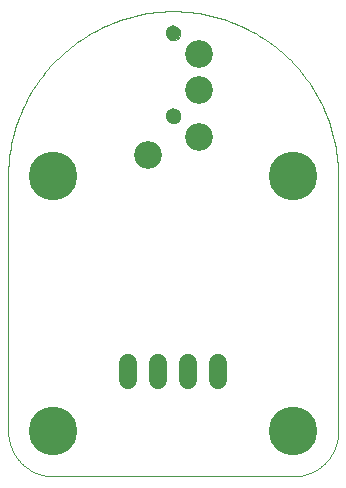
<source format=gbs>
G75*
%MOIN*%
%OFA0B0*%
%FSLAX25Y25*%
%IPPOS*%
%LPD*%
%AMOC8*
5,1,8,0,0,1.08239X$1,22.5*
%
%ADD10C,0.09258*%
%ADD11C,0.00000*%
%ADD12C,0.05124*%
%ADD13C,0.05943*%
%ADD14C,0.16211*%
D10*
X0053532Y0126171D03*
X0070461Y0132077D03*
X0070461Y0147825D03*
X0070461Y0159636D03*
D11*
X0101800Y0019006D02*
X0021800Y0019006D01*
X0021438Y0019010D01*
X0021075Y0019024D01*
X0020713Y0019045D01*
X0020352Y0019076D01*
X0019992Y0019115D01*
X0019633Y0019163D01*
X0019275Y0019220D01*
X0018918Y0019285D01*
X0018563Y0019359D01*
X0018210Y0019442D01*
X0017859Y0019533D01*
X0017511Y0019632D01*
X0017165Y0019740D01*
X0016821Y0019856D01*
X0016481Y0019981D01*
X0016144Y0020113D01*
X0015810Y0020254D01*
X0015479Y0020403D01*
X0015152Y0020560D01*
X0014829Y0020724D01*
X0014510Y0020896D01*
X0014196Y0021076D01*
X0013885Y0021264D01*
X0013580Y0021459D01*
X0013279Y0021661D01*
X0012983Y0021871D01*
X0012693Y0022087D01*
X0012407Y0022311D01*
X0012127Y0022541D01*
X0011853Y0022778D01*
X0011585Y0023022D01*
X0011322Y0023272D01*
X0011066Y0023528D01*
X0010816Y0023791D01*
X0010572Y0024059D01*
X0010335Y0024333D01*
X0010105Y0024613D01*
X0009881Y0024899D01*
X0009665Y0025189D01*
X0009455Y0025485D01*
X0009253Y0025786D01*
X0009058Y0026091D01*
X0008870Y0026402D01*
X0008690Y0026716D01*
X0008518Y0027035D01*
X0008354Y0027358D01*
X0008197Y0027685D01*
X0008048Y0028016D01*
X0007907Y0028350D01*
X0007775Y0028687D01*
X0007650Y0029027D01*
X0007534Y0029371D01*
X0007426Y0029717D01*
X0007327Y0030065D01*
X0007236Y0030416D01*
X0007153Y0030769D01*
X0007079Y0031124D01*
X0007014Y0031481D01*
X0006957Y0031839D01*
X0006909Y0032198D01*
X0006870Y0032558D01*
X0006839Y0032919D01*
X0006818Y0033281D01*
X0006804Y0033644D01*
X0006800Y0034006D01*
X0006800Y0119006D01*
X0006816Y0120345D01*
X0006865Y0121684D01*
X0006947Y0123021D01*
X0007061Y0124355D01*
X0007207Y0125687D01*
X0007386Y0127014D01*
X0007597Y0128337D01*
X0007841Y0129654D01*
X0008116Y0130965D01*
X0008423Y0132268D01*
X0008762Y0133564D01*
X0009132Y0134851D01*
X0009533Y0136129D01*
X0009966Y0137397D01*
X0010429Y0138654D01*
X0010923Y0139899D01*
X0011447Y0141132D01*
X0012000Y0142351D01*
X0012584Y0143557D01*
X0013196Y0144748D01*
X0013837Y0145924D01*
X0014507Y0147084D01*
X0015205Y0148227D01*
X0015930Y0149353D01*
X0016683Y0150461D01*
X0017462Y0151551D01*
X0018268Y0152621D01*
X0019099Y0153671D01*
X0019956Y0154700D01*
X0020838Y0155709D01*
X0021743Y0156695D01*
X0022673Y0157659D01*
X0023626Y0158601D01*
X0024601Y0159519D01*
X0025599Y0160412D01*
X0026618Y0161282D01*
X0027658Y0162126D01*
X0028718Y0162944D01*
X0029798Y0163737D01*
X0030896Y0164503D01*
X0032014Y0165242D01*
X0033148Y0165954D01*
X0034300Y0166637D01*
X0035468Y0167293D01*
X0036652Y0167920D01*
X0037850Y0168518D01*
X0039063Y0169086D01*
X0040289Y0169625D01*
X0041528Y0170134D01*
X0042779Y0170612D01*
X0044042Y0171060D01*
X0045314Y0171477D01*
X0046597Y0171863D01*
X0047889Y0172218D01*
X0049189Y0172541D01*
X0050496Y0172832D01*
X0051810Y0173091D01*
X0053130Y0173318D01*
X0054455Y0173513D01*
X0055785Y0173676D01*
X0057118Y0173806D01*
X0058453Y0173904D01*
X0059791Y0173969D01*
X0061130Y0174002D01*
X0062470Y0174002D01*
X0063809Y0173969D01*
X0065147Y0173904D01*
X0066482Y0173806D01*
X0067815Y0173676D01*
X0069145Y0173513D01*
X0070470Y0173318D01*
X0071790Y0173091D01*
X0073104Y0172832D01*
X0074411Y0172541D01*
X0075711Y0172218D01*
X0077003Y0171863D01*
X0078286Y0171477D01*
X0079558Y0171060D01*
X0080821Y0170612D01*
X0082072Y0170134D01*
X0083311Y0169625D01*
X0084537Y0169086D01*
X0085750Y0168518D01*
X0086948Y0167920D01*
X0088132Y0167293D01*
X0089300Y0166637D01*
X0090452Y0165954D01*
X0091586Y0165242D01*
X0092704Y0164503D01*
X0093802Y0163737D01*
X0094882Y0162944D01*
X0095942Y0162126D01*
X0096982Y0161282D01*
X0098001Y0160412D01*
X0098999Y0159519D01*
X0099974Y0158601D01*
X0100927Y0157659D01*
X0101857Y0156695D01*
X0102762Y0155709D01*
X0103644Y0154700D01*
X0104501Y0153671D01*
X0105332Y0152621D01*
X0106138Y0151551D01*
X0106917Y0150461D01*
X0107670Y0149353D01*
X0108395Y0148227D01*
X0109093Y0147084D01*
X0109763Y0145924D01*
X0110404Y0144748D01*
X0111016Y0143557D01*
X0111600Y0142351D01*
X0112153Y0141132D01*
X0112677Y0139899D01*
X0113171Y0138654D01*
X0113634Y0137397D01*
X0114067Y0136129D01*
X0114468Y0134851D01*
X0114838Y0133564D01*
X0115177Y0132268D01*
X0115484Y0130965D01*
X0115759Y0129654D01*
X0116003Y0128337D01*
X0116214Y0127014D01*
X0116393Y0125687D01*
X0116539Y0124355D01*
X0116653Y0123021D01*
X0116735Y0121684D01*
X0116784Y0120345D01*
X0116800Y0119006D01*
X0116800Y0034006D01*
X0116796Y0033644D01*
X0116782Y0033281D01*
X0116761Y0032919D01*
X0116730Y0032558D01*
X0116691Y0032198D01*
X0116643Y0031839D01*
X0116586Y0031481D01*
X0116521Y0031124D01*
X0116447Y0030769D01*
X0116364Y0030416D01*
X0116273Y0030065D01*
X0116174Y0029717D01*
X0116066Y0029371D01*
X0115950Y0029027D01*
X0115825Y0028687D01*
X0115693Y0028350D01*
X0115552Y0028016D01*
X0115403Y0027685D01*
X0115246Y0027358D01*
X0115082Y0027035D01*
X0114910Y0026716D01*
X0114730Y0026402D01*
X0114542Y0026091D01*
X0114347Y0025786D01*
X0114145Y0025485D01*
X0113935Y0025189D01*
X0113719Y0024899D01*
X0113495Y0024613D01*
X0113265Y0024333D01*
X0113028Y0024059D01*
X0112784Y0023791D01*
X0112534Y0023528D01*
X0112278Y0023272D01*
X0112015Y0023022D01*
X0111747Y0022778D01*
X0111473Y0022541D01*
X0111193Y0022311D01*
X0110907Y0022087D01*
X0110617Y0021871D01*
X0110321Y0021661D01*
X0110020Y0021459D01*
X0109715Y0021264D01*
X0109404Y0021076D01*
X0109090Y0020896D01*
X0108771Y0020724D01*
X0108448Y0020560D01*
X0108121Y0020403D01*
X0107790Y0020254D01*
X0107456Y0020113D01*
X0107119Y0019981D01*
X0106779Y0019856D01*
X0106435Y0019740D01*
X0106089Y0019632D01*
X0105741Y0019533D01*
X0105390Y0019442D01*
X0105037Y0019359D01*
X0104682Y0019285D01*
X0104325Y0019220D01*
X0103967Y0019163D01*
X0103608Y0019115D01*
X0103248Y0019076D01*
X0102887Y0019045D01*
X0102525Y0019024D01*
X0102162Y0019010D01*
X0101800Y0019006D01*
X0059438Y0139163D02*
X0059440Y0139260D01*
X0059446Y0139357D01*
X0059456Y0139453D01*
X0059470Y0139549D01*
X0059488Y0139645D01*
X0059509Y0139739D01*
X0059535Y0139833D01*
X0059564Y0139925D01*
X0059598Y0140016D01*
X0059634Y0140106D01*
X0059675Y0140194D01*
X0059719Y0140280D01*
X0059767Y0140365D01*
X0059818Y0140447D01*
X0059872Y0140528D01*
X0059930Y0140606D01*
X0059991Y0140681D01*
X0060054Y0140754D01*
X0060121Y0140825D01*
X0060191Y0140892D01*
X0060263Y0140957D01*
X0060338Y0141018D01*
X0060416Y0141077D01*
X0060495Y0141132D01*
X0060577Y0141184D01*
X0060661Y0141232D01*
X0060747Y0141277D01*
X0060835Y0141319D01*
X0060924Y0141357D01*
X0061015Y0141391D01*
X0061107Y0141421D01*
X0061200Y0141448D01*
X0061295Y0141470D01*
X0061390Y0141489D01*
X0061486Y0141504D01*
X0061582Y0141515D01*
X0061679Y0141522D01*
X0061776Y0141525D01*
X0061873Y0141524D01*
X0061970Y0141519D01*
X0062066Y0141510D01*
X0062162Y0141497D01*
X0062258Y0141480D01*
X0062353Y0141459D01*
X0062446Y0141435D01*
X0062539Y0141406D01*
X0062631Y0141374D01*
X0062721Y0141338D01*
X0062809Y0141299D01*
X0062896Y0141255D01*
X0062981Y0141209D01*
X0063064Y0141158D01*
X0063145Y0141105D01*
X0063223Y0141048D01*
X0063300Y0140988D01*
X0063373Y0140925D01*
X0063444Y0140859D01*
X0063512Y0140790D01*
X0063578Y0140718D01*
X0063640Y0140644D01*
X0063699Y0140567D01*
X0063755Y0140488D01*
X0063808Y0140406D01*
X0063858Y0140323D01*
X0063903Y0140237D01*
X0063946Y0140150D01*
X0063985Y0140061D01*
X0064020Y0139971D01*
X0064051Y0139879D01*
X0064078Y0139786D01*
X0064102Y0139692D01*
X0064122Y0139597D01*
X0064138Y0139501D01*
X0064150Y0139405D01*
X0064158Y0139308D01*
X0064162Y0139211D01*
X0064162Y0139115D01*
X0064158Y0139018D01*
X0064150Y0138921D01*
X0064138Y0138825D01*
X0064122Y0138729D01*
X0064102Y0138634D01*
X0064078Y0138540D01*
X0064051Y0138447D01*
X0064020Y0138355D01*
X0063985Y0138265D01*
X0063946Y0138176D01*
X0063903Y0138089D01*
X0063858Y0138003D01*
X0063808Y0137920D01*
X0063755Y0137838D01*
X0063699Y0137759D01*
X0063640Y0137682D01*
X0063578Y0137608D01*
X0063512Y0137536D01*
X0063444Y0137467D01*
X0063373Y0137401D01*
X0063300Y0137338D01*
X0063223Y0137278D01*
X0063145Y0137221D01*
X0063064Y0137168D01*
X0062981Y0137117D01*
X0062896Y0137071D01*
X0062809Y0137027D01*
X0062721Y0136988D01*
X0062631Y0136952D01*
X0062539Y0136920D01*
X0062446Y0136891D01*
X0062353Y0136867D01*
X0062258Y0136846D01*
X0062162Y0136829D01*
X0062066Y0136816D01*
X0061970Y0136807D01*
X0061873Y0136802D01*
X0061776Y0136801D01*
X0061679Y0136804D01*
X0061582Y0136811D01*
X0061486Y0136822D01*
X0061390Y0136837D01*
X0061295Y0136856D01*
X0061200Y0136878D01*
X0061107Y0136905D01*
X0061015Y0136935D01*
X0060924Y0136969D01*
X0060835Y0137007D01*
X0060747Y0137049D01*
X0060661Y0137094D01*
X0060577Y0137142D01*
X0060495Y0137194D01*
X0060416Y0137249D01*
X0060338Y0137308D01*
X0060263Y0137369D01*
X0060191Y0137434D01*
X0060121Y0137501D01*
X0060054Y0137572D01*
X0059991Y0137645D01*
X0059930Y0137720D01*
X0059872Y0137798D01*
X0059818Y0137879D01*
X0059767Y0137961D01*
X0059719Y0138046D01*
X0059675Y0138132D01*
X0059634Y0138220D01*
X0059598Y0138310D01*
X0059564Y0138401D01*
X0059535Y0138493D01*
X0059509Y0138587D01*
X0059488Y0138681D01*
X0059470Y0138777D01*
X0059456Y0138873D01*
X0059446Y0138969D01*
X0059440Y0139066D01*
X0059438Y0139163D01*
X0059438Y0166722D02*
X0059440Y0166819D01*
X0059446Y0166916D01*
X0059456Y0167012D01*
X0059470Y0167108D01*
X0059488Y0167204D01*
X0059509Y0167298D01*
X0059535Y0167392D01*
X0059564Y0167484D01*
X0059598Y0167575D01*
X0059634Y0167665D01*
X0059675Y0167753D01*
X0059719Y0167839D01*
X0059767Y0167924D01*
X0059818Y0168006D01*
X0059872Y0168087D01*
X0059930Y0168165D01*
X0059991Y0168240D01*
X0060054Y0168313D01*
X0060121Y0168384D01*
X0060191Y0168451D01*
X0060263Y0168516D01*
X0060338Y0168577D01*
X0060416Y0168636D01*
X0060495Y0168691D01*
X0060577Y0168743D01*
X0060661Y0168791D01*
X0060747Y0168836D01*
X0060835Y0168878D01*
X0060924Y0168916D01*
X0061015Y0168950D01*
X0061107Y0168980D01*
X0061200Y0169007D01*
X0061295Y0169029D01*
X0061390Y0169048D01*
X0061486Y0169063D01*
X0061582Y0169074D01*
X0061679Y0169081D01*
X0061776Y0169084D01*
X0061873Y0169083D01*
X0061970Y0169078D01*
X0062066Y0169069D01*
X0062162Y0169056D01*
X0062258Y0169039D01*
X0062353Y0169018D01*
X0062446Y0168994D01*
X0062539Y0168965D01*
X0062631Y0168933D01*
X0062721Y0168897D01*
X0062809Y0168858D01*
X0062896Y0168814D01*
X0062981Y0168768D01*
X0063064Y0168717D01*
X0063145Y0168664D01*
X0063223Y0168607D01*
X0063300Y0168547D01*
X0063373Y0168484D01*
X0063444Y0168418D01*
X0063512Y0168349D01*
X0063578Y0168277D01*
X0063640Y0168203D01*
X0063699Y0168126D01*
X0063755Y0168047D01*
X0063808Y0167965D01*
X0063858Y0167882D01*
X0063903Y0167796D01*
X0063946Y0167709D01*
X0063985Y0167620D01*
X0064020Y0167530D01*
X0064051Y0167438D01*
X0064078Y0167345D01*
X0064102Y0167251D01*
X0064122Y0167156D01*
X0064138Y0167060D01*
X0064150Y0166964D01*
X0064158Y0166867D01*
X0064162Y0166770D01*
X0064162Y0166674D01*
X0064158Y0166577D01*
X0064150Y0166480D01*
X0064138Y0166384D01*
X0064122Y0166288D01*
X0064102Y0166193D01*
X0064078Y0166099D01*
X0064051Y0166006D01*
X0064020Y0165914D01*
X0063985Y0165824D01*
X0063946Y0165735D01*
X0063903Y0165648D01*
X0063858Y0165562D01*
X0063808Y0165479D01*
X0063755Y0165397D01*
X0063699Y0165318D01*
X0063640Y0165241D01*
X0063578Y0165167D01*
X0063512Y0165095D01*
X0063444Y0165026D01*
X0063373Y0164960D01*
X0063300Y0164897D01*
X0063223Y0164837D01*
X0063145Y0164780D01*
X0063064Y0164727D01*
X0062981Y0164676D01*
X0062896Y0164630D01*
X0062809Y0164586D01*
X0062721Y0164547D01*
X0062631Y0164511D01*
X0062539Y0164479D01*
X0062446Y0164450D01*
X0062353Y0164426D01*
X0062258Y0164405D01*
X0062162Y0164388D01*
X0062066Y0164375D01*
X0061970Y0164366D01*
X0061873Y0164361D01*
X0061776Y0164360D01*
X0061679Y0164363D01*
X0061582Y0164370D01*
X0061486Y0164381D01*
X0061390Y0164396D01*
X0061295Y0164415D01*
X0061200Y0164437D01*
X0061107Y0164464D01*
X0061015Y0164494D01*
X0060924Y0164528D01*
X0060835Y0164566D01*
X0060747Y0164608D01*
X0060661Y0164653D01*
X0060577Y0164701D01*
X0060495Y0164753D01*
X0060416Y0164808D01*
X0060338Y0164867D01*
X0060263Y0164928D01*
X0060191Y0164993D01*
X0060121Y0165060D01*
X0060054Y0165131D01*
X0059991Y0165204D01*
X0059930Y0165279D01*
X0059872Y0165357D01*
X0059818Y0165438D01*
X0059767Y0165520D01*
X0059719Y0165605D01*
X0059675Y0165691D01*
X0059634Y0165779D01*
X0059598Y0165869D01*
X0059564Y0165960D01*
X0059535Y0166052D01*
X0059509Y0166146D01*
X0059488Y0166240D01*
X0059470Y0166336D01*
X0059456Y0166432D01*
X0059446Y0166528D01*
X0059440Y0166625D01*
X0059438Y0166722D01*
D12*
X0061800Y0166722D03*
X0061800Y0139163D03*
D13*
X0056800Y0056778D02*
X0056800Y0051234D01*
X0046800Y0051234D02*
X0046800Y0056778D01*
X0066800Y0056778D02*
X0066800Y0051234D01*
X0076800Y0051234D02*
X0076800Y0056778D01*
D14*
X0101800Y0034006D03*
X0101800Y0119006D03*
X0021800Y0119006D03*
X0021800Y0034006D03*
M02*

</source>
